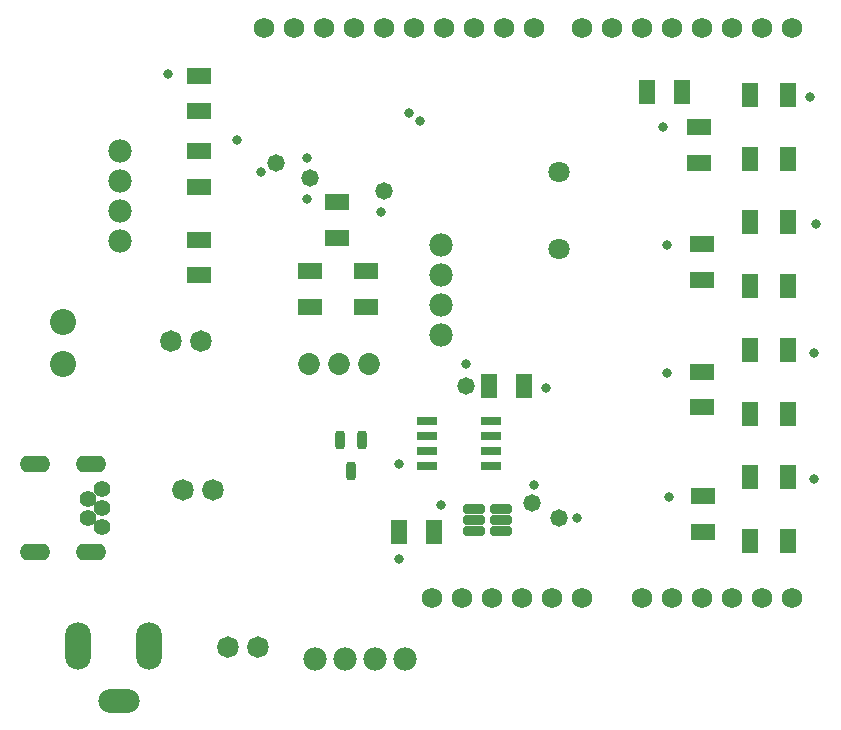
<source format=gts>
G04*
G04 #@! TF.GenerationSoftware,Altium Limited,Altium Designer,23.10.1 (27)*
G04*
G04 Layer_Color=8388736*
%FSLAX44Y44*%
%MOMM*%
G71*
G04*
G04 #@! TF.SameCoordinates,2AE02515-478E-4FF6-B523-2722CBD37BA3*
G04*
G04*
G04 #@! TF.FilePolarity,Negative*
G04*
G01*
G75*
%ADD20C,0.0000*%
G04:AMPARAMS|DCode=21|XSize=1.8132mm|YSize=0.7932mm|CornerRadius=0.1754mm|HoleSize=0mm|Usage=FLASHONLY|Rotation=0.000|XOffset=0mm|YOffset=0mm|HoleType=Round|Shape=RoundedRectangle|*
%AMROUNDEDRECTD21*
21,1,1.8132,0.4425,0,0,0.0*
21,1,1.4625,0.7932,0,0,0.0*
1,1,0.3507,0.7313,-0.2213*
1,1,0.3507,-0.7313,-0.2213*
1,1,0.3507,-0.7313,0.2213*
1,1,0.3507,0.7313,0.2213*
%
%ADD21ROUNDEDRECTD21*%
%ADD22R,1.4097X2.1032*%
%ADD23R,1.3208X2.0066*%
%ADD24R,2.0066X1.3208*%
%ADD25R,1.7532X0.8032*%
G04:AMPARAMS|DCode=26|XSize=1.5532mm|YSize=0.7932mm|CornerRadius=0.2491mm|HoleSize=0mm|Usage=FLASHONLY|Rotation=270.000|XOffset=0mm|YOffset=0mm|HoleType=Round|Shape=RoundedRectangle|*
%AMROUNDEDRECTD26*
21,1,1.5532,0.2950,0,0,270.0*
21,1,1.0550,0.7932,0,0,270.0*
1,1,0.4982,-0.1475,-0.5275*
1,1,0.4982,-0.1475,0.5275*
1,1,0.4982,0.1475,0.5275*
1,1,0.4982,0.1475,-0.5275*
%
%ADD26ROUNDEDRECTD26*%
%ADD27C,1.8032*%
%ADD28C,1.9812*%
%ADD29C,1.8532*%
%ADD30C,1.8232*%
%ADD31C,1.7272*%
%ADD32O,2.6032X1.4032*%
%ADD33C,1.4032*%
%ADD34O,2.2032X4.0032*%
%ADD35O,3.5032X2.0032*%
%ADD36C,2.2032*%
%ADD37C,0.8382*%
%ADD38C,1.4732*%
D20*
X168631Y318770D02*
G03*
X168631Y318770I-8611J0D01*
G01*
X194031D02*
G03*
X194031Y318770I-8611J0D01*
G01*
X178791Y193040D02*
G03*
X178791Y193040I-8611J0D01*
G01*
X204191D02*
G03*
X204191Y193040I-8611J0D01*
G01*
X216891Y59690D02*
G03*
X216891Y59690I-8611J0D01*
G01*
X242291D02*
G03*
X242291Y59690I-8611J0D01*
G01*
D21*
X416540Y177140D02*
D03*
Y167640D02*
D03*
Y158140D02*
D03*
X439440D02*
D03*
Y167640D02*
D03*
Y177140D02*
D03*
D22*
X682879Y149530D02*
D03*
Y203530D02*
D03*
X650621Y149530D02*
D03*
Y203530D02*
D03*
X682879Y257480D02*
D03*
Y311480D02*
D03*
X650621Y257480D02*
D03*
Y311480D02*
D03*
X682879Y365430D02*
D03*
Y419430D02*
D03*
X650621Y365430D02*
D03*
Y419430D02*
D03*
X682879Y473380D02*
D03*
Y527380D02*
D03*
X650621Y473380D02*
D03*
Y527380D02*
D03*
D23*
X592836Y529590D02*
D03*
X562864D02*
D03*
X383286Y157480D02*
D03*
X353314D02*
D03*
X429514Y280670D02*
D03*
X459486D02*
D03*
D24*
X607060Y500126D02*
D03*
Y470154D02*
D03*
X609600Y401066D02*
D03*
Y371094D02*
D03*
Y293116D02*
D03*
Y263144D02*
D03*
X610870Y187706D02*
D03*
Y157734D02*
D03*
X300990Y436626D02*
D03*
Y406654D02*
D03*
X325120Y378206D02*
D03*
Y348234D02*
D03*
X278130Y378206D02*
D03*
Y348234D02*
D03*
X184150Y543560D02*
D03*
Y513588D02*
D03*
Y449834D02*
D03*
Y479806D02*
D03*
Y404876D02*
D03*
Y374904D02*
D03*
D25*
X430860Y213360D02*
D03*
Y226060D02*
D03*
Y238760D02*
D03*
Y251460D02*
D03*
X376860Y213360D02*
D03*
Y226060D02*
D03*
Y238760D02*
D03*
Y251460D02*
D03*
D26*
X321920Y235550D02*
D03*
X312420Y208950D02*
D03*
X302920Y235550D02*
D03*
D27*
X488950Y396760D02*
D03*
Y461760D02*
D03*
D28*
X388620Y349250D02*
D03*
Y323850D02*
D03*
Y400050D02*
D03*
Y374650D02*
D03*
X307340Y49530D02*
D03*
X281940D02*
D03*
X358140D02*
D03*
X332740D02*
D03*
X116840Y429260D02*
D03*
Y403860D02*
D03*
Y480060D02*
D03*
Y454660D02*
D03*
D29*
X276860Y299720D02*
D03*
X302260D02*
D03*
X327660D02*
D03*
D30*
X160020Y318770D02*
D03*
X185420D02*
D03*
X170180Y193040D02*
D03*
X195580D02*
D03*
X208280Y59690D02*
D03*
X233680D02*
D03*
D31*
X508000Y101600D02*
D03*
X381000D02*
D03*
X406400D02*
D03*
X431800D02*
D03*
X457200D02*
D03*
X482600D02*
D03*
X508000Y584200D02*
D03*
X533400D02*
D03*
X558800D02*
D03*
X584200D02*
D03*
X609600D02*
D03*
X635000D02*
D03*
X660400D02*
D03*
X685800D02*
D03*
X238760D02*
D03*
X264160D02*
D03*
X289560D02*
D03*
X314960D02*
D03*
X340360D02*
D03*
X365760D02*
D03*
X391160D02*
D03*
X416560D02*
D03*
X441960D02*
D03*
X467360D02*
D03*
X685800Y101600D02*
D03*
X660400D02*
D03*
X635000D02*
D03*
X609600D02*
D03*
X558800D02*
D03*
X584200D02*
D03*
D32*
X45402Y140600D02*
D03*
X92901D02*
D03*
Y215000D02*
D03*
X45402D02*
D03*
D33*
X101918Y193600D02*
D03*
X89881Y185602D02*
D03*
Y169602D02*
D03*
X101918Y177601D02*
D03*
Y161601D02*
D03*
D34*
X141280Y60960D02*
D03*
X81280D02*
D03*
D35*
X116280Y14460D02*
D03*
D36*
X68580Y335000D02*
D03*
Y300000D02*
D03*
D37*
X410210Y299720D02*
D03*
X275590Y473710D02*
D03*
X337820Y427990D02*
D03*
X236220Y462280D02*
D03*
X275590Y439420D02*
D03*
X361950Y511810D02*
D03*
X504190Y168910D02*
D03*
X370840Y505460D02*
D03*
X477520Y279400D02*
D03*
X467360Y196850D02*
D03*
X215900Y488950D02*
D03*
X701040Y525780D02*
D03*
X706120Y417830D02*
D03*
X704850Y308610D02*
D03*
Y201930D02*
D03*
X581660Y186690D02*
D03*
X576580Y500380D02*
D03*
X580390Y400050D02*
D03*
Y292100D02*
D03*
X353060Y214630D02*
D03*
X388620Y180340D02*
D03*
X353060Y134620D02*
D03*
X157480Y544830D02*
D03*
D38*
X278130Y457200D02*
D03*
X410210Y280670D02*
D03*
X340360Y445770D02*
D03*
X248920Y469900D02*
D03*
X466090Y181610D02*
D03*
X488950Y168910D02*
D03*
M02*

</source>
